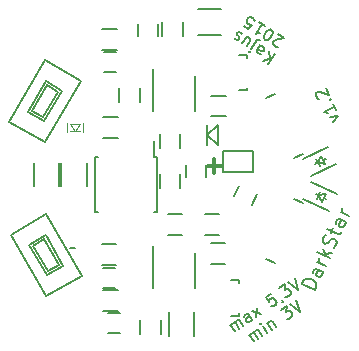
<source format=gto>
G04 #@! TF.FileFunction,Legend,Top*
%FSLAX46Y46*%
G04 Gerber Fmt 4.6, Leading zero omitted, Abs format (unit mm)*
G04 Created by KiCad (PCBNEW (2015-11-29 BZR 6336, Git 7b0d981)-product) date Po 7. prosinec 2015, 17:54:50 CET*
%MOMM*%
G01*
G04 APERTURE LIST*
%ADD10C,0.100000*%
%ADD11C,0.200000*%
%ADD12C,0.300000*%
%ADD13C,0.150000*%
G04 APERTURE END LIST*
D10*
D11*
X124927919Y-106970740D02*
X123840350Y-106463598D01*
X123961098Y-106204653D01*
X124085336Y-106073436D01*
X124237214Y-106018157D01*
X124364941Y-106014667D01*
X124596247Y-106059476D01*
X124751614Y-106131925D01*
X124934621Y-106280313D01*
X125014049Y-106380401D01*
X125069327Y-106532278D01*
X125048668Y-106711794D01*
X124927919Y-106970740D01*
X125652408Y-105417069D02*
X125082729Y-105151424D01*
X124955001Y-105154914D01*
X124854913Y-105234342D01*
X124758314Y-105441498D01*
X124761804Y-105569226D01*
X125600619Y-105392920D02*
X125604109Y-105520648D01*
X125483361Y-105779593D01*
X125383272Y-105859021D01*
X125255545Y-105862511D01*
X125151967Y-105814212D01*
X125072538Y-105714124D01*
X125069048Y-105586396D01*
X125189796Y-105327451D01*
X125186307Y-105199723D01*
X125893904Y-104899180D02*
X125168858Y-104561085D01*
X125376014Y-104657684D02*
X125296586Y-104557595D01*
X125268946Y-104481657D01*
X125265456Y-104353929D01*
X125313755Y-104250351D01*
X126207849Y-104225923D02*
X125120280Y-103718781D01*
X125841836Y-103929147D02*
X126401046Y-103811610D01*
X125676000Y-103473516D02*
X125897115Y-104081025D01*
X126542454Y-103373148D02*
X126666692Y-103241931D01*
X126787440Y-102982986D01*
X126783950Y-102855258D01*
X126756311Y-102779319D01*
X126676883Y-102679231D01*
X126573305Y-102630932D01*
X126445577Y-102634421D01*
X126369638Y-102662061D01*
X126269550Y-102741490D01*
X126121163Y-102924496D01*
X126021074Y-103003925D01*
X125945135Y-103031564D01*
X125817407Y-103035054D01*
X125713830Y-102986755D01*
X125634401Y-102886666D01*
X125606762Y-102810728D01*
X125603272Y-102683000D01*
X125724020Y-102424055D01*
X125848258Y-102292837D01*
X126303890Y-102127001D02*
X126497087Y-101712688D01*
X126013815Y-101802587D02*
X126946018Y-102237280D01*
X127073745Y-102233790D01*
X127173834Y-102154361D01*
X127222133Y-102050783D01*
X127608527Y-101222159D02*
X127038848Y-100956514D01*
X126911120Y-100960004D01*
X126811031Y-101039432D01*
X126714433Y-101246588D01*
X126717923Y-101374316D01*
X127556738Y-101198010D02*
X127560227Y-101325738D01*
X127439479Y-101584683D01*
X127339391Y-101664111D01*
X127211664Y-101667601D01*
X127108086Y-101619302D01*
X127028657Y-101519214D01*
X127025167Y-101391486D01*
X127145915Y-101132541D01*
X127142425Y-101004813D01*
X127850023Y-100704270D02*
X127124976Y-100366175D01*
X127332133Y-100462774D02*
X127252704Y-100362685D01*
X127225065Y-100286747D01*
X127221575Y-100159019D01*
X127269874Y-100055441D01*
X126444331Y-92723686D02*
X126947913Y-92226153D01*
X126243084Y-92292111D01*
X126464921Y-91190372D02*
X126706417Y-91708263D01*
X126585669Y-91449318D02*
X125679361Y-91871936D01*
X125849083Y-91897877D01*
X125975647Y-91943943D01*
X126059054Y-92010133D01*
X126197484Y-90842204D02*
X126220517Y-90778922D01*
X126283799Y-90801955D01*
X126260766Y-90865237D01*
X126197484Y-90842204D01*
X126283799Y-90801955D01*
X125282684Y-90795907D02*
X125219402Y-90772874D01*
X125135995Y-90706683D01*
X125035371Y-90490895D01*
X125038279Y-90384456D01*
X125061312Y-90321173D01*
X125127503Y-90237767D01*
X125213818Y-90197517D01*
X125363415Y-90180301D01*
X126122801Y-90456695D01*
X125861180Y-89895647D01*
X121543154Y-87004099D02*
X121013235Y-87852147D01*
X121058555Y-86701288D02*
X121119193Y-87412995D01*
X120528635Y-87549336D02*
X121316046Y-87367548D01*
X120331656Y-86247071D02*
X120054079Y-86691287D01*
X120043994Y-86797288D01*
X120099526Y-86888139D01*
X120261060Y-86989077D01*
X120367060Y-86999162D01*
X120306422Y-86287454D02*
X120412422Y-86297539D01*
X120614339Y-86423711D01*
X120669871Y-86514563D01*
X120659786Y-86620563D01*
X120609318Y-86701330D01*
X120518466Y-86756862D01*
X120412465Y-86746777D01*
X120210549Y-86620605D01*
X120104548Y-86610520D01*
X119574544Y-86560094D02*
X120028761Y-85833196D01*
X120119613Y-85777664D01*
X120225613Y-85787749D01*
X120265996Y-85812983D01*
X119397905Y-86842777D02*
X119463522Y-86827628D01*
X119448373Y-86762010D01*
X119382756Y-86777159D01*
X119397905Y-86842777D01*
X119448373Y-86762010D01*
X118807263Y-86080644D02*
X119160542Y-85515278D01*
X119170712Y-86307752D02*
X119448289Y-85863536D01*
X119458375Y-85757535D01*
X119402842Y-85666684D01*
X119281692Y-85590981D01*
X119175691Y-85580895D01*
X119110074Y-85596044D01*
X118771859Y-85328553D02*
X118716327Y-85237701D01*
X118554794Y-85136765D01*
X118448793Y-85126679D01*
X118357941Y-85182211D01*
X118332707Y-85222594D01*
X118322622Y-85328595D01*
X118378155Y-85419447D01*
X118499304Y-85495150D01*
X118554836Y-85586001D01*
X118544751Y-85692003D01*
X118519516Y-85732386D01*
X118428665Y-85787918D01*
X118322664Y-85777833D01*
X118201515Y-85702130D01*
X118145982Y-85611278D01*
X121830808Y-86364035D02*
X121765190Y-86379184D01*
X121659190Y-86369099D01*
X121457273Y-86242927D01*
X121401740Y-86152075D01*
X121386591Y-86086458D01*
X121396677Y-85980457D01*
X121447145Y-85899691D01*
X121563231Y-85803776D01*
X122350642Y-85621988D01*
X121825659Y-85293942D01*
X120770758Y-85813945D02*
X120689991Y-85763476D01*
X120634459Y-85672625D01*
X120619310Y-85607007D01*
X120629395Y-85501007D01*
X120689949Y-85314240D01*
X120816120Y-85112323D01*
X120957441Y-84976024D01*
X121048292Y-84920492D01*
X121113910Y-84905343D01*
X121219910Y-84915428D01*
X121300677Y-84965897D01*
X121356210Y-85056749D01*
X121371359Y-85122366D01*
X121361273Y-85228367D01*
X121300720Y-85415134D01*
X121174548Y-85617051D01*
X121033228Y-85753349D01*
X120942376Y-85808882D01*
X120876759Y-85824031D01*
X120770758Y-85813945D01*
X120210329Y-84284572D02*
X120694929Y-84587383D01*
X120452629Y-84435978D02*
X119922710Y-85284026D01*
X120079179Y-85213345D01*
X120210414Y-85183047D01*
X120316415Y-85193132D01*
X118913128Y-84653169D02*
X119316961Y-84905512D01*
X119609687Y-84526914D01*
X119544069Y-84542063D01*
X119438069Y-84531978D01*
X119236152Y-84405806D01*
X119180620Y-84314955D01*
X119165471Y-84249337D01*
X119175556Y-84143336D01*
X119301728Y-83941420D01*
X119392579Y-83885888D01*
X119458197Y-83870739D01*
X119564197Y-83880824D01*
X119766114Y-84006996D01*
X119821646Y-84097847D01*
X119836795Y-84163465D01*
X118162242Y-110463991D02*
X117799149Y-109904877D01*
X117851019Y-109984750D02*
X117865021Y-109918878D01*
X117918959Y-109827071D01*
X118038770Y-109749265D01*
X118144578Y-109737332D01*
X118236385Y-109791270D01*
X118521672Y-110230574D01*
X118236385Y-109791270D02*
X118224451Y-109685461D01*
X118278390Y-109593654D01*
X118398199Y-109515849D01*
X118504008Y-109503915D01*
X118595815Y-109557853D01*
X118881102Y-109997157D01*
X119639900Y-109504388D02*
X119354612Y-109065084D01*
X119262805Y-109011146D01*
X119156997Y-109023080D01*
X118997249Y-109126821D01*
X118943311Y-109218628D01*
X119613964Y-109464452D02*
X119560026Y-109556259D01*
X119360342Y-109685935D01*
X119254534Y-109697869D01*
X119162727Y-109643931D01*
X119110856Y-109564057D01*
X119098923Y-109458249D01*
X119152861Y-109366442D01*
X119352545Y-109236766D01*
X119406483Y-109144959D01*
X119959393Y-109296907D02*
X120035604Y-108452506D01*
X119596300Y-108737793D02*
X120398697Y-109011620D01*
X121211906Y-107291152D02*
X120812538Y-107550505D01*
X121031953Y-107975806D01*
X121045955Y-107909935D01*
X121099893Y-107818128D01*
X121299577Y-107688451D01*
X121405386Y-107676518D01*
X121471257Y-107690519D01*
X121563065Y-107744458D01*
X121692741Y-107944141D01*
X121704674Y-108049950D01*
X121690673Y-108115822D01*
X121636735Y-108207629D01*
X121437051Y-108337305D01*
X121331242Y-108349239D01*
X121265370Y-108335237D01*
X122169913Y-107804600D02*
X122195848Y-107844536D01*
X122207782Y-107950345D01*
X122193780Y-108016217D01*
X121930765Y-106824319D02*
X122449943Y-106487162D01*
X122377867Y-106988202D01*
X122497678Y-106910396D01*
X122603486Y-106898462D01*
X122669358Y-106912463D01*
X122761165Y-106966402D01*
X122890841Y-107166086D01*
X122902775Y-107271894D01*
X122888773Y-107337766D01*
X122834835Y-107429573D01*
X122595214Y-107585185D01*
X122489406Y-107597118D01*
X122423534Y-107583117D01*
X122689563Y-106331551D02*
X123513758Y-106988675D01*
X123248677Y-105968458D01*
X119772492Y-111326063D02*
X119409399Y-110766949D01*
X119461270Y-110846822D02*
X119475271Y-110780950D01*
X119529209Y-110689143D01*
X119649020Y-110611337D01*
X119754829Y-110599404D01*
X119846636Y-110653342D01*
X120131923Y-111092646D01*
X119846636Y-110653342D02*
X119834702Y-110547533D01*
X119888640Y-110455726D01*
X120008450Y-110377921D01*
X120114258Y-110365987D01*
X120206065Y-110419925D01*
X120491353Y-110859229D01*
X120890719Y-110599878D02*
X120527627Y-110040764D01*
X120346080Y-109761207D02*
X120332079Y-109827079D01*
X120397951Y-109841080D01*
X120411952Y-109775209D01*
X120346080Y-109761207D01*
X120397951Y-109841080D01*
X120926993Y-109781412D02*
X121290086Y-110340526D01*
X120978863Y-109861285D02*
X120992865Y-109795414D01*
X121046803Y-109703607D01*
X121166614Y-109625800D01*
X121272422Y-109613867D01*
X121364229Y-109667805D01*
X121649517Y-110107109D01*
X122063358Y-108645994D02*
X122582535Y-108308836D01*
X122510459Y-108809876D01*
X122630270Y-108732070D01*
X122736079Y-108720136D01*
X122801950Y-108734138D01*
X122893758Y-108788077D01*
X123023434Y-108987760D01*
X123035368Y-109093569D01*
X123021366Y-109159440D01*
X122967428Y-109251247D01*
X122727807Y-109406859D01*
X122621999Y-109418793D01*
X122556127Y-109404791D01*
X122822155Y-108153225D02*
X123646351Y-108810350D01*
X123381269Y-107790132D01*
D12*
X115862172Y-96474743D02*
X117005029Y-96474743D01*
X116433600Y-97046171D02*
X116433600Y-95903314D01*
D13*
X104253300Y-103371980D02*
X104654620Y-103371980D01*
D10*
X105098000Y-93518000D02*
X104198000Y-93518000D01*
X104198000Y-92918000D02*
X105048000Y-92918000D01*
X105048000Y-92918000D02*
X105098000Y-92918000D01*
X105098000Y-92918000D02*
X104648000Y-93468000D01*
X104648000Y-93468000D02*
X104198000Y-92918000D01*
X105298000Y-93618000D02*
X105298000Y-92818000D01*
X103998000Y-93618000D02*
X103998000Y-92818000D01*
D13*
X114830000Y-88843000D02*
X114830000Y-91843000D01*
X111230000Y-91843000D02*
X111230000Y-88243000D01*
X114830000Y-103829000D02*
X114830000Y-106829000D01*
X111230000Y-106829000D02*
X111230000Y-103229000D01*
X125651777Y-95957145D02*
X125878354Y-95851491D01*
X125198623Y-96168455D02*
X124972046Y-96274109D01*
X125198623Y-96168455D02*
X125503861Y-95639938D01*
X125503861Y-95639938D02*
X125799693Y-96274353D01*
X125799693Y-96274353D02*
X125198623Y-96168455D01*
X125050707Y-95851247D02*
X125346539Y-96485662D01*
X124585094Y-97337250D02*
X126760233Y-96322966D01*
X123908905Y-95887158D02*
X126084044Y-94872874D01*
X119735600Y-95173800D02*
X117195600Y-95173800D01*
X117195600Y-96951800D02*
X119735600Y-96951800D01*
X117195600Y-96951800D02*
X117195600Y-95173800D01*
X119735600Y-95173800D02*
X119735600Y-96951800D01*
X118516400Y-87044580D02*
X119217440Y-87044580D01*
X119217440Y-87044580D02*
X119217440Y-87293500D01*
X119217440Y-89843560D02*
X119217440Y-90044220D01*
X119217440Y-90044220D02*
X118516400Y-90044220D01*
X117856000Y-106145380D02*
X118557040Y-106145380D01*
X118557040Y-106145380D02*
X118557040Y-106394300D01*
X118557040Y-108944360D02*
X118557040Y-109145020D01*
X118557040Y-109145020D02*
X117856000Y-109145020D01*
X103204449Y-90184134D02*
X101954449Y-92349197D01*
X101954449Y-92349197D02*
X101001822Y-91799197D01*
X101001822Y-91799197D02*
X102251822Y-89634134D01*
X102251822Y-89634134D02*
X103204449Y-90184134D01*
X102160315Y-89292627D02*
X100660315Y-91890704D01*
X103545956Y-90092627D02*
X102045956Y-92690704D01*
X102045956Y-92690704D02*
X100660315Y-91890704D01*
X103545956Y-90092627D02*
X102160315Y-89292627D01*
X102087591Y-87518589D02*
X99087591Y-92714742D01*
X105118680Y-89268589D02*
X102118680Y-94464742D01*
X105118680Y-89268589D02*
X102087591Y-87518589D01*
X102118680Y-94464742D02*
X99087591Y-92714742D01*
X102353041Y-105387286D02*
X101103041Y-103222223D01*
X101103041Y-103222223D02*
X102055668Y-102672223D01*
X102055668Y-102672223D02*
X103305668Y-104837286D01*
X103305668Y-104837286D02*
X102353041Y-105387286D01*
X103647175Y-104928793D02*
X102147175Y-102330716D01*
X102261534Y-105728793D02*
X100761534Y-103130716D01*
X100761534Y-103130716D02*
X102147175Y-102330716D01*
X102261534Y-105728793D02*
X103647175Y-104928793D01*
X105219899Y-105752831D02*
X102219899Y-100556678D01*
X102188810Y-107502831D02*
X99188810Y-102306678D01*
X102188810Y-107502831D02*
X105219899Y-105752831D01*
X99188810Y-102306678D02*
X102219899Y-100556678D01*
X118516148Y-98146021D02*
X118093529Y-99052328D01*
X119634252Y-99770779D02*
X120056871Y-98864472D01*
X107094400Y-88530800D02*
X108094400Y-88530800D01*
X108094400Y-86830800D02*
X107094400Y-86830800D01*
X107450000Y-110578000D02*
X108450000Y-110578000D01*
X108450000Y-108878000D02*
X107450000Y-108878000D01*
X115708800Y-97426400D02*
X115708800Y-96426400D01*
X114008800Y-96426400D02*
X114008800Y-97426400D01*
X112480800Y-100572600D02*
X113680800Y-100572600D01*
X113680800Y-102322600D02*
X112480800Y-102322600D01*
X116189200Y-90514200D02*
X117389200Y-90514200D01*
X117389200Y-92264200D02*
X116189200Y-92264200D01*
X108092800Y-104862600D02*
X106892800Y-104862600D01*
X106892800Y-103112600D02*
X108092800Y-103112600D01*
X107045200Y-106973400D02*
X108245200Y-106973400D01*
X108245200Y-108723400D02*
X107045200Y-108723400D01*
X106956300Y-84875400D02*
X108156300Y-84875400D01*
X108156300Y-86625400D02*
X106956300Y-86625400D01*
X112002600Y-85486800D02*
X112002600Y-84286800D01*
X113752600Y-84286800D02*
X113752600Y-85486800D01*
X111799400Y-98339200D02*
X111799400Y-97139200D01*
X113549400Y-97139200D02*
X113549400Y-98339200D01*
X111799400Y-94986400D02*
X111799400Y-93786400D01*
X113549400Y-93786400D02*
X113549400Y-94986400D01*
X115630400Y-100572600D02*
X116830400Y-100572600D01*
X116830400Y-102322600D02*
X115630400Y-102322600D01*
X116138400Y-103011000D02*
X117338400Y-103011000D01*
X117338400Y-104761000D02*
X116138400Y-104761000D01*
X111923800Y-109483600D02*
X111923800Y-110683600D01*
X110173800Y-110683600D02*
X110173800Y-109483600D01*
X108245200Y-94093000D02*
X107045200Y-94093000D01*
X107045200Y-92343000D02*
X108245200Y-92343000D01*
X123198725Y-95770960D02*
X123921560Y-95433896D01*
X120832840Y-90697304D02*
X121555675Y-90360240D01*
X120832840Y-104374696D02*
X121555675Y-104711760D01*
X123198725Y-99301040D02*
X123921560Y-99638104D01*
X117027200Y-85352200D02*
X115027200Y-85352200D01*
X115027200Y-83202200D02*
X117027200Y-83202200D01*
X106992800Y-106768000D02*
X107992800Y-106768000D01*
X107992800Y-105068000D02*
X106992800Y-105068000D01*
X109957500Y-84437600D02*
X109957500Y-85437600D01*
X111657500Y-85437600D02*
X111657500Y-84437600D01*
X125702577Y-99165655D02*
X125929154Y-99271309D01*
X125249423Y-98954345D02*
X125022846Y-98848691D01*
X125249423Y-98954345D02*
X125850493Y-98848447D01*
X125850493Y-98848447D02*
X125554661Y-99482862D01*
X125554661Y-99482862D02*
X125249423Y-98954345D01*
X125397339Y-98637138D02*
X125101507Y-99271553D01*
X123959705Y-99235642D02*
X126134844Y-100249926D01*
X124635894Y-97785550D02*
X126811033Y-98799834D01*
X115779360Y-93878400D02*
X116780120Y-92977600D01*
X116780120Y-92977600D02*
X116780120Y-94677600D01*
X116780120Y-94677600D02*
X115779360Y-93827600D01*
X115779360Y-92977600D02*
X115779360Y-94677600D01*
X110107700Y-89874800D02*
X110107700Y-91074800D01*
X108357700Y-91074800D02*
X108357700Y-89874800D01*
X112564600Y-110829600D02*
X112564600Y-108829600D01*
X114714600Y-108829600D02*
X114714600Y-110829600D01*
X111591000Y-95719000D02*
X111366000Y-95719000D01*
X111591000Y-100369000D02*
X111366000Y-100369000D01*
X106341000Y-100369000D02*
X106566000Y-100369000D01*
X106341000Y-95719000D02*
X106566000Y-95719000D01*
X111591000Y-95719000D02*
X111591000Y-100369000D01*
X106341000Y-95719000D02*
X106341000Y-100369000D01*
X111366000Y-95719000D02*
X111366000Y-94369000D01*
X105621400Y-96180400D02*
X105621400Y-98180400D01*
X103471400Y-98180400D02*
X103471400Y-96180400D01*
X101134600Y-98180400D02*
X101134600Y-96180400D01*
X103284600Y-96180400D02*
X103284600Y-98180400D01*
M02*

</source>
